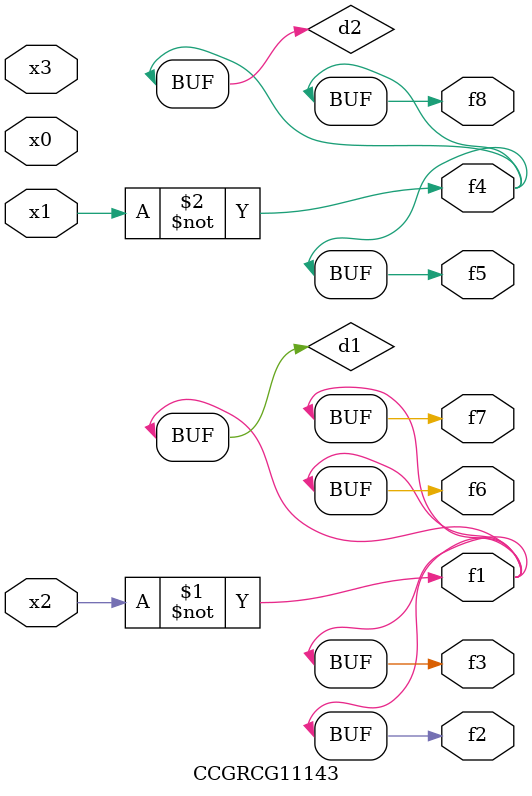
<source format=v>
module CCGRCG11143(
	input x0, x1, x2, x3,
	output f1, f2, f3, f4, f5, f6, f7, f8
);

	wire d1, d2;

	xnor (d1, x2);
	not (d2, x1);
	assign f1 = d1;
	assign f2 = d1;
	assign f3 = d1;
	assign f4 = d2;
	assign f5 = d2;
	assign f6 = d1;
	assign f7 = d1;
	assign f8 = d2;
endmodule

</source>
